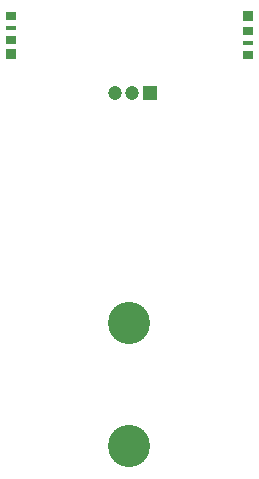
<source format=gbr>
%FSTAX23Y23*%
%MOMM*%
%SFA1B1*%

%IPPOS*%
%ADD25R,1.199998X1.199998*%
%ADD26C,1.199998*%
%ADD33R,0.875998X0.725999*%
%ADD34R,0.875998X0.425999*%
%ADD35R,0.875998X0.675999*%
%ADD36R,0.875998X0.825998*%
%ADD46C,3.575993*%
%LNledpcbv2_soldermask_bot-1*%
%LPD*%
G54D25*
X01753Y19499D03*
G54D26*
X00254Y19499D03*
X-01245D03*
G54D33*
X09999Y22717D03*
X-09999Y26067D03*
G54D34*
X09999Y23767D03*
X-09999Y25017D03*
G54D35*
X09999Y24792D03*
X-09999Y23992D03*
G54D36*
X09999Y25992D03*
X-09999Y22792D03*
G54D46*
X0Y0D03*
Y-10414D03*
M02*
</source>
